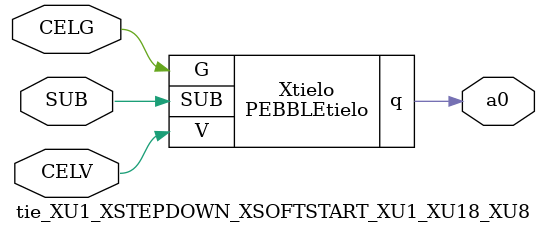
<source format=v>



module PEBBLEtielo ( q, G, SUB, V );

  input V;
  output q;
  input G;
  input SUB;
endmodule

//Celera Confidential Do Not Copy tie_XU1_XSTEPDOWN_XSOFTSTART_XU1_XU18_XU8
//Celera Confidential Symbol Generator
//TIE
module tie_XU1_XSTEPDOWN_XSOFTSTART_XU1_XU18_XU8 (CELV,CELG,a0,SUB);
input CELV;
input CELG;
output a0;
input SUB;

//Celera Confidential Do Not Copy tie
PEBBLEtielo Xtielo(
.V (CELV),
.q (a0),
.SUB (SUB),
.G (CELG)
);
//,diesize,PEBBLEtielo

//Celera Confidential Do Not Copy Module End
//Celera Schematic Generator
endmodule

</source>
